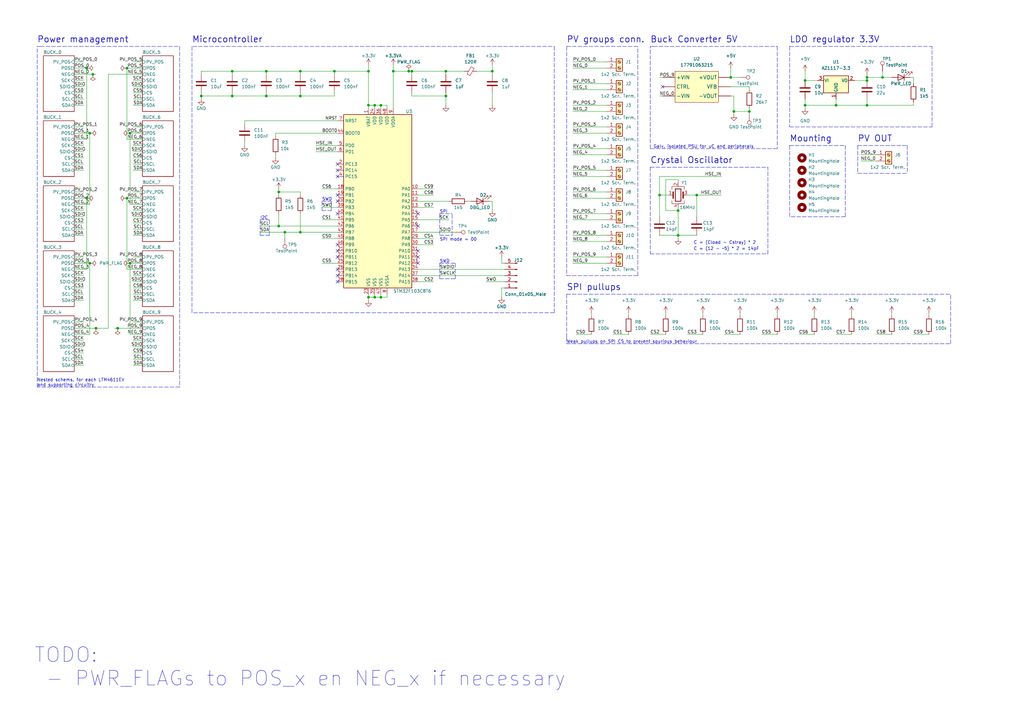
<source format=kicad_sch>
(kicad_sch (version 20211123) (generator eeschema)
  (paper "A3")
  (title_block (title "Smart Solarpanel Controller") (date "2022-12-12") (rev "0.1") (company "Hogeschool Utrecht"))
  (junction (at 137.16 29.21))
  (junction (at 114.3 78.74))
  (junction (at 36.83 54.61))
  (junction (at 95.25 39.37))
  (junction (at 355.6 33.02))
  (junction (at 53.34 54.61))
  (junction (at 36.83 107.95))
  (junction (at 361.95 31.75))
  (junction (at 151.13 29.21))
  (junction (at 35.56 27.94))
  (junction (at 52.07 81.28))
  (junction (at 167.64 29.21))
  (junction (at 151.13 43.18))
  (junction (at 278.13 86.36))
  (junction (at 153.67 43.18))
  (junction (at 330.2 43.18))
  (junction (at 182.88 39.37))
  (junction (at 300.99 45.72))
  (junction (at 153.67 121.92))
  (junction (at 109.22 39.37))
  (junction (at 161.29 29.21))
  (junction (at 109.22 29.21))
  (junction (at 156.21 121.92))
  (junction (at 95.25 29.21))
  (junction (at 53.34 107.95))
  (junction (at 307.34 45.72))
  (junction (at 39.37 134.62))
  (junction (at 123.19 95.25))
  (junction (at 82.55 39.37))
  (junction (at 48.26 134.62))
  (junction (at 342.9 43.18))
  (junction (at 285.75 80.01))
  (junction (at 330.2 33.02))
  (junction (at 151.13 121.92))
  (junction (at 116.84 95.25))
  (junction (at 35.56 81.28))
  (junction (at 114.3 92.71))
  (junction (at 355.6 31.75))
  (junction (at 156.21 43.18))
  (junction (at 38.1 30.48))
  (junction (at 355.6 43.18))
  (junction (at 278.13 96.52))
  (junction (at 123.19 39.37))
  (junction (at 270.51 80.01))
  (junction (at 168.91 29.21))
  (junction (at 182.88 29.21))
  (junction (at 299.72 31.75))
  (junction (at 52.07 27.94))
  (junction (at 201.93 29.21))
  (junction (at 123.19 29.21))
  (no_connect (at 138.43 102.87))
  (no_connect (at 138.43 72.39))
  (no_connect (at 138.43 105.41))
  (no_connect (at 138.43 82.55))
  (no_connect (at 171.45 105.41))
  (no_connect (at 138.43 115.57))
  (no_connect (at 138.43 69.85))
  (no_connect (at 138.43 113.03))
  (no_connect (at 138.43 110.49))
  (no_connect (at 171.45 107.95))
  (no_connect (at 171.45 87.63))
  (no_connect (at 138.43 80.01))
  (no_connect (at 138.43 67.31))
  (no_connect (at 138.43 100.33))
  (no_connect (at 171.45 92.71))
  (no_connect (at 171.45 102.87))
  (no_connect (at 271.78 35.56))
  (no_connect (at 138.43 87.63))
  (wire (pts (xy 234.95 60.96) (xy 248.92 60.96)))
  (wire (pts (xy 168.91 39.37) (xy 182.88 39.37)))
  (wire (pts (xy 288.29 128.27) (xy 288.29 129.54)))
  (polyline (pts (xy 16.51 19.05) (xy 73.66 19.05)))
  (wire (pts (xy 171.45 80.01) (xy 177.8 80.01)))
  (wire (pts (xy 355.6 31.75) (xy 355.6 33.02)))
  (polyline (pts (xy 73.66 158.75) (xy 15.24 158.75)))
  (polyline (pts (xy 314.96 104.14) (xy 314.96 68.58)))
  (wire (pts (xy 205.74 121.92) (xy 205.74 118.11)))
  (wire (pts (xy 54.61 52.07) (xy 58.42 52.07)))
  (wire (pts (xy 318.77 128.27) (xy 318.77 129.54)))
  (polyline (pts (xy 318.77 19.05) (xy 318.77 60.96)))
  (wire (pts (xy 30.48 91.44) (xy 34.29 91.44)))
  (polyline (pts (xy 346.71 59.69) (xy 346.71 88.9)))
  (polyline (pts (xy 351.79 71.12) (xy 372.11 71.12)))
  (wire (pts (xy 153.67 43.18) (xy 153.67 44.45)))
  (wire (pts (xy 257.81 128.27) (xy 257.81 129.54)))
  (wire (pts (xy 30.48 123.19) (xy 34.29 123.19)))
  (wire (pts (xy 30.48 43.18) (xy 34.29 43.18)))
  (wire (pts (xy 300.99 45.72) (xy 307.34 45.72)))
  (wire (pts (xy 278.13 86.36) (xy 278.13 96.52)))
  (wire (pts (xy 355.6 43.18) (xy 342.9 43.18)))
  (wire (pts (xy 234.95 25.4) (xy 248.92 25.4)))
  (polyline (pts (xy 261.62 113.03) (xy 261.62 19.05)))
  (wire (pts (xy 361.95 29.21) (xy 361.95 31.75)))
  (wire (pts (xy 153.67 121.92) (xy 156.21 121.92)))
  (wire (pts (xy 114.3 87.63) (xy 114.3 92.71)))
  (wire (pts (xy 137.16 38.1) (xy 137.16 39.37)))
  (polyline (pts (xy 185.42 96.52) (xy 185.42 87.63)))
  (wire (pts (xy 30.48 107.95) (xy 36.83 107.95)))
  (wire (pts (xy 30.48 67.31) (xy 34.29 67.31)))
  (wire (pts (xy 182.88 38.1) (xy 182.88 39.37)))
  (wire (pts (xy 54.61 139.7) (xy 58.42 139.7)))
  (polyline (pts (xy 180.34 107.95) (xy 186.69 107.95)))
  (wire (pts (xy 201.93 29.21) (xy 201.93 30.48)))
  (wire (pts (xy 270.51 31.75) (xy 271.78 31.75)))
  (wire (pts (xy 158.75 43.18) (xy 158.75 44.45)))
  (wire (pts (xy 236.22 137.16) (xy 242.57 137.16)))
  (wire (pts (xy 82.55 30.48) (xy 82.55 29.21)))
  (wire (pts (xy 171.45 110.49) (xy 207.01 110.49)))
  (wire (pts (xy 303.53 128.27) (xy 303.53 129.54)))
  (wire (pts (xy 270.51 96.52) (xy 278.13 96.52)))
  (wire (pts (xy 278.13 96.52) (xy 285.75 96.52)))
  (wire (pts (xy 30.48 115.57) (xy 34.29 115.57)))
  (polyline (pts (xy 323.85 19.05) (xy 323.85 52.07)))
  (wire (pts (xy 234.95 45.72) (xy 248.92 45.72)))
  (wire (pts (xy 54.61 123.19) (xy 58.42 123.19)))
  (wire (pts (xy 273.05 86.36) (xy 278.13 86.36)))
  (wire (pts (xy 353.06 63.5) (xy 359.41 63.5)))
  (wire (pts (xy 52.07 81.28) (xy 58.42 81.28)))
  (wire (pts (xy 30.48 62.23) (xy 34.29 62.23)))
  (wire (pts (xy 123.19 80.01) (xy 123.19 78.74)))
  (polyline (pts (xy 266.7 60.96) (xy 266.7 19.05)))
  (wire (pts (xy 30.48 86.36) (xy 34.29 86.36)))
  (wire (pts (xy 355.6 43.18) (xy 374.65 43.18)))
  (wire (pts (xy 54.61 118.11) (xy 58.42 118.11)))
  (wire (pts (xy 30.48 142.24) (xy 34.29 142.24)))
  (wire (pts (xy 54.61 120.65) (xy 58.42 120.65)))
  (polyline (pts (xy 232.41 19.05) (xy 232.41 113.03)))
  (wire (pts (xy 234.95 63.5) (xy 248.92 63.5)))
  (wire (pts (xy 30.48 38.1) (xy 34.29 38.1)))
  (wire (pts (xy 330.2 29.21) (xy 330.2 33.02)))
  (wire (pts (xy 82.55 38.1) (xy 82.55 39.37)))
  (wire (pts (xy 95.25 29.21) (xy 95.25 30.48)))
  (polyline (pts (xy 106.68 90.17) (xy 106.68 96.52)))
  (wire (pts (xy 151.13 26.67) (xy 151.13 29.21)))
  (wire (pts (xy 109.22 29.21) (xy 109.22 30.48)))
  (wire (pts (xy 36.83 54.61) (xy 36.83 83.82)))
  (wire (pts (xy 52.07 27.94) (xy 52.07 57.15)))
  (wire (pts (xy 207.01 107.95) (xy 205.74 107.95)))
  (wire (pts (xy 123.19 95.25) (xy 138.43 95.25)))
  (wire (pts (xy 123.19 29.21) (xy 123.19 30.48)))
  (wire (pts (xy 234.95 78.74) (xy 248.92 78.74)))
  (wire (pts (xy 54.61 93.98) (xy 58.42 93.98)))
  (wire (pts (xy 82.55 39.37) (xy 95.25 39.37)))
  (polyline (pts (xy 351.79 59.69) (xy 372.11 59.69)))
  (wire (pts (xy 168.91 29.21) (xy 182.88 29.21)))
  (wire (pts (xy 132.08 77.47) (xy 138.43 77.47)))
  (polyline (pts (xy 15.24 19.05) (xy 16.51 19.05)))
  (wire (pts (xy 54.61 132.08) (xy 58.42 132.08)))
  (wire (pts (xy 54.61 142.24) (xy 58.42 142.24)))
  (wire (pts (xy 156.21 43.18) (xy 156.21 44.45)))
  (wire (pts (xy 299.72 31.75) (xy 303.53 31.75)))
  (wire (pts (xy 82.55 29.21) (xy 95.25 29.21)))
  (polyline (pts (xy 232.41 120.65) (xy 389.89 120.65)))
  (wire (pts (xy 54.61 33.02) (xy 58.42 33.02)))
  (wire (pts (xy 54.61 144.78) (xy 58.42 144.78)))
  (wire (pts (xy 100.33 49.53) (xy 100.33 50.8)))
  (wire (pts (xy 30.48 147.32) (xy 34.29 147.32)))
  (polyline (pts (xy 132.08 82.55) (xy 135.89 82.55)))
  (wire (pts (xy 168.91 38.1) (xy 168.91 39.37)))
  (wire (pts (xy 299.72 27.94) (xy 299.72 31.75)))
  (wire (pts (xy 30.48 113.03) (xy 34.29 113.03)))
  (wire (pts (xy 123.19 39.37) (xy 109.22 39.37)))
  (wire (pts (xy 54.61 43.18) (xy 58.42 43.18)))
  (polyline (pts (xy 232.41 113.03) (xy 261.62 113.03)))
  (wire (pts (xy 200.66 82.55) (xy 201.93 82.55)))
  (wire (pts (xy 330.2 40.64) (xy 330.2 43.18)))
  (wire (pts (xy 113.03 64.77) (xy 113.03 63.5)))
  (wire (pts (xy 307.34 45.72) (xy 307.34 46.99)))
  (wire (pts (xy 132.08 97.79) (xy 138.43 97.79)))
  (wire (pts (xy 38.1 30.48) (xy 39.37 30.48)))
  (wire (pts (xy 234.95 43.18) (xy 248.92 43.18)))
  (polyline (pts (xy 323.85 59.69) (xy 323.85 88.9)))
  (wire (pts (xy 137.16 29.21) (xy 137.16 30.48)))
  (wire (pts (xy 234.95 52.07) (xy 248.92 52.07)))
  (wire (pts (xy 234.95 90.17) (xy 248.92 90.17)))
  (wire (pts (xy 138.43 54.61) (xy 113.03 54.61)))
  (polyline (pts (xy 106.68 96.52) (xy 110.49 96.52)))
  (wire (pts (xy 54.61 115.57) (xy 58.42 115.57)))
  (polyline (pts (xy 232.41 140.97) (xy 389.89 140.97)))
  (wire (pts (xy 168.91 30.48) (xy 168.91 29.21)))
  (wire (pts (xy 46.99 134.62) (xy 48.26 134.62)))
  (polyline (pts (xy 346.71 88.9) (xy 323.85 88.9)))
  (wire (pts (xy 132.08 90.17) (xy 138.43 90.17)))
  (wire (pts (xy 334.01 128.27) (xy 334.01 129.54)))
  (wire (pts (xy 273.05 128.27) (xy 273.05 129.54)))
  (wire (pts (xy 123.19 87.63) (xy 123.19 95.25)))
  (wire (pts (xy 30.48 27.94) (xy 35.56 27.94)))
  (wire (pts (xy 153.67 120.65) (xy 153.67 121.92)))
  (wire (pts (xy 123.19 38.1) (xy 123.19 39.37)))
  (wire (pts (xy 53.34 107.95) (xy 53.34 137.16)))
  (polyline (pts (xy 78.74 19.05) (xy 78.74 128.27)))
  (wire (pts (xy 156.21 121.92) (xy 158.75 121.92)))
  (wire (pts (xy 330.2 43.18) (xy 330.2 44.45)))
  (wire (pts (xy 171.45 97.79) (xy 177.8 97.79)))
  (wire (pts (xy 53.34 54.61) (xy 58.42 54.61)))
  (wire (pts (xy 251.46 137.16) (xy 257.81 137.16)))
  (wire (pts (xy 52.07 57.15) (xy 58.42 57.15)))
  (polyline (pts (xy 110.49 96.52) (xy 110.49 90.17)))
  (wire (pts (xy 171.45 90.17) (xy 184.15 90.17)))
  (wire (pts (xy 129.54 59.69) (xy 138.43 59.69)))
  (polyline (pts (xy 156.21 19.05) (xy 227.33 19.05)))
  (wire (pts (xy 30.48 78.74) (xy 34.29 78.74)))
  (wire (pts (xy 100.33 49.53) (xy 138.43 49.53)))
  (wire (pts (xy 201.93 38.1) (xy 201.93 43.18)))
  (polyline (pts (xy 180.34 114.3) (xy 186.69 114.3)))
  (wire (pts (xy 35.56 81.28) (xy 35.56 110.49)))
  (wire (pts (xy 278.13 73.66) (xy 273.05 73.66)))
  (wire (pts (xy 171.45 95.25) (xy 186.69 95.25)))
  (wire (pts (xy 116.84 95.25) (xy 116.84 97.79)))
  (wire (pts (xy 171.45 77.47) (xy 177.8 77.47)))
  (wire (pts (xy 355.6 30.48) (xy 355.6 31.75)))
  (polyline (pts (xy 266.7 19.05) (xy 267.97 19.05)))
  (wire (pts (xy 54.61 105.41) (xy 58.42 105.41)))
  (polyline (pts (xy 232.41 138.43) (xy 232.41 140.97)))
  (wire (pts (xy 123.19 29.21) (xy 137.16 29.21)))
  (wire (pts (xy 171.45 82.55) (xy 184.15 82.55)))
  (wire (pts (xy 109.22 38.1) (xy 109.22 39.37)))
  (wire (pts (xy 54.61 35.56) (xy 58.42 35.56)))
  (wire (pts (xy 151.13 121.92) (xy 151.13 123.19)))
  (wire (pts (xy 297.18 137.16) (xy 303.53 137.16)))
  (wire (pts (xy 35.56 27.94) (xy 35.56 57.15)))
  (wire (pts (xy 201.93 26.67) (xy 201.93 29.21)))
  (wire (pts (xy 30.48 25.4) (xy 34.29 25.4)))
  (wire (pts (xy 270.51 39.37) (xy 271.78 39.37)))
  (wire (pts (xy 273.05 73.66) (xy 273.05 86.36)))
  (wire (pts (xy 270.51 80.01) (xy 274.32 80.01)))
  (wire (pts (xy 109.22 39.37) (xy 95.25 39.37)))
  (polyline (pts (xy 135.89 86.36) (xy 135.89 82.55)))
  (wire (pts (xy 234.95 105.41) (xy 248.92 105.41)))
  (polyline (pts (xy 156.21 19.05) (xy 78.74 19.05)))
  (wire (pts (xy 234.95 36.83) (xy 248.92 36.83)))
  (wire (pts (xy 54.61 149.86) (xy 58.42 149.86)))
  (wire (pts (xy 312.42 137.16) (xy 318.77 137.16)))
  (wire (pts (xy 30.48 132.08) (xy 34.29 132.08)))
  (wire (pts (xy 30.48 54.61) (xy 36.83 54.61)))
  (polyline (pts (xy 266.7 68.58) (xy 314.96 68.58)))
  (polyline (pts (xy 180.34 96.52) (xy 185.42 96.52)))
  (wire (pts (xy 270.51 72.39) (xy 295.91 72.39)))
  (polyline (pts (xy 372.11 59.69) (xy 372.11 71.12)))
  (wire (pts (xy 373.38 31.75) (xy 374.65 31.75)))
  (wire (pts (xy 54.61 25.4) (xy 58.42 25.4)))
  (wire (pts (xy 53.34 83.82) (xy 58.42 83.82)))
  (wire (pts (xy 30.48 81.28) (xy 35.56 81.28)))
  (wire (pts (xy 353.06 66.04) (xy 359.41 66.04)))
  (wire (pts (xy 30.48 64.77) (xy 34.29 64.77)))
  (wire (pts (xy 30.48 139.7) (xy 34.29 139.7)))
  (wire (pts (xy 300.99 39.37) (xy 299.72 39.37)))
  (wire (pts (xy 123.19 78.74) (xy 114.3 78.74)))
  (wire (pts (xy 270.51 80.01) (xy 270.51 88.9)))
  (wire (pts (xy 374.65 137.16) (xy 381 137.16)))
  (polyline (pts (xy 323.85 52.07) (xy 382.27 52.07)))
  (polyline (pts (xy 318.77 60.96) (xy 266.7 60.96)))
  (wire (pts (xy 95.25 29.21) (xy 109.22 29.21)))
  (wire (pts (xy 307.34 45.72) (xy 307.34 44.45)))
  (wire (pts (xy 95.25 38.1) (xy 95.25 39.37)))
  (wire (pts (xy 330.2 33.02) (xy 335.28 33.02)))
  (polyline (pts (xy 323.85 19.05) (xy 382.27 19.05)))
  (wire (pts (xy 54.61 147.32) (xy 58.42 147.32)))
  (wire (pts (xy 281.94 137.16) (xy 288.29 137.16)))
  (wire (pts (xy 30.48 118.11) (xy 34.29 118.11)))
  (wire (pts (xy 171.45 100.33) (xy 177.8 100.33)))
  (wire (pts (xy 129.54 62.23) (xy 138.43 62.23)))
  (wire (pts (xy 53.34 137.16) (xy 58.42 137.16)))
  (polyline (pts (xy 73.66 19.05) (xy 73.66 158.75)))
  (wire (pts (xy 30.48 57.15) (xy 35.56 57.15)))
  (wire (pts (xy 355.6 31.75) (xy 361.95 31.75)))
  (wire (pts (xy 30.48 137.16) (xy 36.83 137.16)))
  (wire (pts (xy 342.9 137.16) (xy 349.25 137.16)))
  (wire (pts (xy 167.64 29.21) (xy 161.29 29.21)))
  (wire (pts (xy 234.95 96.52) (xy 248.92 96.52)))
  (wire (pts (xy 234.95 69.85) (xy 248.92 69.85)))
  (wire (pts (xy 270.51 72.39) (xy 270.51 80.01)))
  (wire (pts (xy 30.48 35.56) (xy 34.29 35.56)))
  (wire (pts (xy 30.48 134.62) (xy 39.37 134.62)))
  (wire (pts (xy 100.33 59.69) (xy 100.33 58.42)))
  (wire (pts (xy 327.66 137.16) (xy 334.01 137.16)))
  (wire (pts (xy 30.48 96.52) (xy 34.29 96.52)))
  (wire (pts (xy 30.48 88.9) (xy 34.29 88.9)))
  (wire (pts (xy 54.61 86.36) (xy 58.42 86.36)))
  (wire (pts (xy 54.61 91.44) (xy 58.42 91.44)))
  (wire (pts (xy 205.74 105.41) (xy 205.74 107.95)))
  (wire (pts (xy 234.95 34.29) (xy 248.92 34.29)))
  (wire (pts (xy 106.68 95.25) (xy 116.84 95.25)))
  (wire (pts (xy 30.48 52.07) (xy 34.29 52.07)))
  (wire (pts (xy 161.29 26.67) (xy 161.29 29.21)))
  (wire (pts (xy 44.45 134.62) (xy 44.45 30.48)))
  (wire (pts (xy 54.61 78.74) (xy 58.42 78.74)))
  (wire (pts (xy 153.67 43.18) (xy 156.21 43.18)))
  (polyline (pts (xy 180.34 87.63) (xy 185.42 87.63)))
  (polyline (pts (xy 132.08 86.36) (xy 135.89 86.36)))
  (wire (pts (xy 30.48 105.41) (xy 34.29 105.41)))
  (wire (pts (xy 285.75 80.01) (xy 295.91 80.01)))
  (wire (pts (xy 281.94 80.01) (xy 285.75 80.01)))
  (polyline (pts (xy 232.41 120.65) (xy 232.41 138.43)))
  (polyline (pts (xy 15.24 158.75) (xy 15.24 19.05)))
  (wire (pts (xy 106.68 92.71) (xy 114.3 92.71)))
  (polyline (pts (xy 351.79 59.69) (xy 351.79 71.12)))
  (wire (pts (xy 151.13 121.92) (xy 153.67 121.92)))
  (wire (pts (xy 201.93 82.55) (xy 201.93 86.36)))
  (wire (pts (xy 30.48 144.78) (xy 34.29 144.78)))
  (polyline (pts (xy 266.7 68.58) (xy 266.7 104.14)))
  (polyline (pts (xy 227.33 128.27) (xy 78.74 128.27)))
  (polyline (pts (xy 180.34 107.95) (xy 180.34 114.3)))
  (wire (pts (xy 242.57 128.27) (xy 242.57 129.54)))
  (wire (pts (xy 374.65 31.75) (xy 374.65 34.29)))
  (wire (pts (xy 342.9 40.64) (xy 342.9 43.18)))
  (wire (pts (xy 54.61 62.23) (xy 58.42 62.23)))
  (wire (pts (xy 374.65 41.91) (xy 374.65 43.18)))
  (wire (pts (xy 82.55 39.37) (xy 82.55 40.64)))
  (wire (pts (xy 30.48 93.98) (xy 34.29 93.98)))
  (wire (pts (xy 54.61 67.31) (xy 58.42 67.31)))
  (wire (pts (xy 182.88 29.21) (xy 190.5 29.21)))
  (wire (pts (xy 195.58 29.21) (xy 201.93 29.21)))
  (wire (pts (xy 30.48 33.02) (xy 34.29 33.02)))
  (polyline (pts (xy 266.7 104.14) (xy 314.96 104.14)))
  (polyline (pts (xy 106.68 90.17) (xy 110.49 90.17)))
  (wire (pts (xy 205.74 118.11) (xy 207.01 118.11)))
  (wire (pts (xy 30.48 149.86) (xy 34.29 149.86)))
  (wire (pts (xy 53.34 107.95) (xy 58.42 107.95)))
  (wire (pts (xy 307.34 36.83) (xy 307.34 35.56)))
  (wire (pts (xy 151.13 29.21) (xy 151.13 43.18)))
  (wire (pts (xy 330.2 43.18) (xy 342.9 43.18)))
  (wire (pts (xy 156.21 43.18) (xy 158.75 43.18)))
  (wire (pts (xy 171.45 113.03) (xy 207.01 113.03)))
  (wire (pts (xy 300.99 39.37) (xy 300.99 45.72)))
  (polyline (pts (xy 132.08 82.55) (xy 132.08 86.36)))
  (wire (pts (xy 234.95 27.94) (xy 248.92 27.94)))
  (wire (pts (xy 30.48 59.69) (xy 34.29 59.69)))
  (wire (pts (xy 151.13 43.18) (xy 151.13 44.45)))
  (wire (pts (xy 381 128.27) (xy 381 129.54)))
  (wire (pts (xy 137.16 29.21) (xy 151.13 29.21)))
  (wire (pts (xy 234.95 87.63) (xy 248.92 87.63)))
  (wire (pts (xy 114.3 92.71) (xy 138.43 92.71)))
  (wire (pts (xy 300.99 45.72) (xy 300.99 46.99)))
  (polyline (pts (xy 382.27 52.07) (xy 382.27 19.05)))
  (wire (pts (xy 39.37 134.62) (xy 44.45 134.62)))
  (wire (pts (xy 109.22 29.21) (xy 123.19 29.21)))
  (wire (pts (xy 234.95 107.95) (xy 248.92 107.95)))
  (wire (pts (xy 132.08 85.09) (xy 138.43 85.09)))
  (wire (pts (xy 199.39 115.57) (xy 207.01 115.57)))
  (wire (pts (xy 350.52 33.02) (xy 355.6 33.02)))
  (wire (pts (xy 30.48 69.85) (xy 34.29 69.85)))
  (wire (pts (xy 36.83 107.95) (xy 36.83 137.16)))
  (wire (pts (xy 285.75 80.01) (xy 285.75 88.9)))
  (wire (pts (xy 161.29 29.21) (xy 161.29 44.45)))
  (polyline (pts (xy 389.89 140.97) (xy 389.89 120.65)))
  (polyline (pts (xy 186.69 114.3) (xy 186.69 107.95)))
  (wire (pts (xy 44.45 30.48) (xy 58.42 30.48)))
  (wire (pts (xy 171.45 115.57) (xy 177.8 115.57)))
  (polyline (pts (xy 267.97 19.05) (xy 318.77 19.05)))
  (polyline (pts (xy 227.33 19.05) (xy 227.33 128.27)))
  (polyline (pts (xy 232.41 19.05) (xy 261.62 19.05)))
  (wire (pts (xy 114.3 77.47) (xy 114.3 78.74)))
  (wire (pts (xy 182.88 29.21) (xy 182.88 30.48)))
  (wire (pts (xy 30.48 120.65) (xy 34.29 120.65)))
  (wire (pts (xy 266.7 137.16) (xy 273.05 137.16)))
  (wire (pts (xy 113.03 54.61) (xy 113.03 55.88)))
  (polyline (pts (xy 180.34 87.63) (xy 180.34 96.52)))
  (wire (pts (xy 137.16 39.37) (xy 123.19 39.37)))
  (wire (pts (xy 349.25 128.27) (xy 349.25 129.54)))
  (wire (pts (xy 114.3 78.74) (xy 114.3 80.01)))
  (wire (pts (xy 48.26 134.62) (xy 58.42 134.62)))
  (wire (pts (xy 361.95 31.75) (xy 365.76 31.75)))
  (wire (pts (xy 182.88 39.37) (xy 182.88 43.18)))
  (wire (pts (xy 191.77 82.55) (xy 193.04 82.55)))
  (wire (pts (xy 151.13 120.65) (xy 151.13 121.92)))
  (wire (pts (xy 307.34 35.56) (xy 299.72 35.56)))
  (wire (pts (xy 54.61 38.1) (xy 58.42 38.1)))
  (wire (pts (xy 171.45 85.09) (xy 177.8 85.09)))
  (wire (pts (xy 365.76 128.27) (xy 365.76 129.54)))
  (polyline (pts (xy 323.85 59.69) (xy 346.71 59.69)))
  (wire (pts (xy 54.61 59.69) (xy 58.42 59.69)))
  (wire (pts (xy 54.61 64.77) (xy 58.42 64.77)))
  (wire (pts (xy 234.95 72.39) (xy 248.92 72.39)))
  (wire (pts (xy 278.13 85.09) (xy 278.13 86.36)))
  (wire (pts (xy 359.41 137.16) (xy 365.76 137.16)))
  (wire (pts (xy 278.13 96.52) (xy 278.13 97.79)))
  (wire (pts (xy 158.75 120.65) (xy 158.75 121.92)))
  (wire (pts (xy 151.13 43.18) (xy 153.67 43.18)))
  (wire (pts (xy 234.95 99.06) (xy 248.92 99.06)))
  (wire (pts (xy 54.61 113.03) (xy 58.42 113.03)))
  (wire (pts (xy 168.91 29.21) (xy 167.64 29.21)))
  (wire (pts (xy 30.48 40.64) (xy 34.29 40.64)))
  (wire (pts (xy 52.07 27.94) (xy 58.42 27.94)))
  (wire (pts (xy 52.07 81.28) (xy 52.07 110.49)))
  (wire (pts (xy 30.48 30.48) (xy 38.1 30.48)))
  (wire (pts (xy 54.61 88.9) (xy 58.42 88.9)))
  (wire (pts (xy 30.48 110.49) (xy 35.56 110.49)))
  (wire (pts (xy 54.61 40.64) (xy 58.42 40.64)))
  (wire (pts (xy 132.08 107.95) (xy 138.43 107.95)))
  (wire (pts (xy 54.61 69.85) (xy 58.42 69.85)))
  (wire (pts (xy 278.13 74.93) (xy 278.13 73.66)))
  (wire (pts (xy 53.34 54.61) (xy 53.34 83.82)))
  (wire (pts (xy 355.6 40.64) (xy 355.6 43.18)))
  (wire (pts (xy 156.21 120.65) (xy 156.21 121.92)))
  (wire (pts (xy 116.84 95.25) (xy 123.19 95.25)))
  (wire (pts (xy 234.95 54.61) (xy 248.92 54.61)))
  (wire (pts (xy 54.61 96.52) (xy 58.42 96.52)))
  (wire (pts (xy 234.95 81.28) (xy 248.92 81.28)))
  (wire (pts (xy 30.48 83.82) (xy 36.83 83.82)))
  (wire (pts (xy 52.07 110.49) (xy 58.42 110.49)))
  (text "Nested schems. for each LTM4611EV \nand supporting circuitry" (at 15.24 158.75 0) (effects (font (size 1.27 1.27)) (justify left bottom)))
  (text "SPI pullups" (at 232.41 119.38 0) (effects (font (size 2.54 2.54) (thickness 0.254) bold) (justify left bottom)))
  (text "Buck Converter 5V\n" (at 266.7 17.78 0) (effects (font (size 2.54 2.54) (thickness 0.254) bold) (justify left bottom)))
  (text "Crystal Oscillator\n" (at 266.7 67.31 0) (effects (font (size 2.54 2.54) (thickness 0.254) bold) (justify left bottom)))
  (text "PV groups conn." (at 232.41 17.78 0) (effects (font (size 2.54 2.54) (thickness 0.254) bold) (justify left bottom)))
  (text "Power management\n" (at 15.24 17.78 0) (effects (font (size 2.54 2.54) (thickness 0.254) bold) (justify left bottom)))
  (text "C = (12 - ~5) * 2 = 14pF\n" (at 284.48 102.87 0) (effects (font (size 1.27 1.27)) (justify left bottom)))
  (text "Microcontroller\n" (at 78.74 17.78 0) (effects (font (size 2.54 2.54) (thickness 0.254) bold) (justify left bottom)))
  (text "SPI mode = 00" (at 180.34 99.06 0) (effects (font (size 1.27 1.27)) (justify left bottom)))
  (text "Galv. isolated PSU for uC and peripherals\n" (at 267.97 60.96 0) (effects (font (size 1.27 1.27)) (justify left bottom)))
  (text "C = (Cload - Cstray) * 2" (at 284.48 100.33 0) (effects (font (size 1.27 1.27)) (justify left bottom)))
  (text "Weak pullups on SPI CS to prevent spurious behaviour" (at 232.41 140.97 0) (effects (font (size 1.27 1.27)) (justify left bottom)))
  (text "I2C\n" (at 106.68 90.17 0) (effects (font (size 1.27 1.27)) (justify left bottom)))
  (text "Mounting\n" (at 323.85 58.42 0) (effects (font (size 2.54 2.54) (thickness 0.254) bold) (justify left bottom)))
  (text "SWD" (at 180.34 107.95 0) (effects (font (size 1.27 1.27)) (justify left bottom)))
  (text "PV OUT" (at 351.79 58.42 0) (effects (font (size 2.54 2.54) (thickness 0.254) bold) (justify left bottom)))
  (text "TODO:\n - PWR_FLAGs to POS_x en NEG_x if necessary" (at 13.97 281.94 0) (effects (font (size 6 6)) (justify left bottom)))
  (text "SWD\n" (at 132.08 82.55 0) (effects (font (size 1.27 1.27)) (justify left bottom)))
  (text "LDO regulator 3.3V\n" (at 323.85 17.78 0) (effects (font (size 2.54 2.54) (thickness 0.254) bold) (justify left bottom)))
  (text "SPI\n" (at 180.34 87.63 0) (effects (font (size 1.27 1.27)) (justify left bottom)))
  (label "PV_POS_1" (at 30.48 52.07 0))
  (label "CS3" (at 177.8 100.33 180))
  (label "PV_POS_0" (at 234.95 25.4 0))
  (label "PV_POS_4" (at 30.48 132.08 0))
  (label "PV_POS_2" (at 30.48 78.74 0))
  (label "NEG_1" (at 234.95 36.83 0))
  (label "SCL" (at 58.42 40.64 180))
  (label "CS1" (at 132.08 90.17 0))
  (label "PV_POS_6" (at 234.95 78.74 0))
  (label "CS2" (at 30.48 91.44 0))
  (label "SDIO" (at 30.48 115.57 0))
  (label "CS4" (at 177.8 97.79 180))
  (label "NEG_4" (at 30.48 137.16 0))
  (label "SCL" (at 30.48 120.65 0))
  (label "CS0" (at 132.08 97.79 0))
  (label "SCL" (at 30.48 67.31 0))
  (label "SDA" (at 58.42 43.18 180))
  (label "BOOT0" (at 132.08 54.61 0))
  (label "NEG_1" (at 30.48 57.15 0))
  (label "CS6" (at 327.66 137.16 0))
  (label "NEG_6" (at 58.42 57.15 180))
  (label "SCK" (at 30.48 86.36 0))
  (label "PV_POS_1" (at 234.95 34.29 0))
  (label "SCK" (at 184.15 90.17 180))
  (label "POS_9" (at 353.06 63.5 0))
  (label "SCL" (at 58.42 93.98 180))
  (label "SDIO" (at 30.48 35.56 0))
  (label "SDIO" (at 30.48 62.23 0))
  (label "SDA" (at 106.68 95.25 0))
  (label "PV_POS_7" (at 234.95 87.63 0))
  (label "NEG_4" (at 234.95 63.5 0))
  (label "SDIO" (at 58.42 88.9 180))
  (label "POS_9" (at 270.51 31.75 0))
  (label "PV_POS_8" (at 58.42 105.41 180))
  (label "SCL" (at 30.48 40.64 0))
  (label "PV_POS_7" (at 58.42 78.74 180))
  (label "CS8" (at 359.41 137.16 0))
  (label "CS9" (at 177.8 77.47 180))
  (label "SCL" (at 30.48 93.98 0))
  (label "SDIO" (at 30.48 142.24 0))
  (label "NEG_9" (at 58.42 137.16 180))
  (label "SDA" (at 30.48 69.85 0))
  (label "SDA" (at 58.42 96.52 180))
  (label "SCK" (at 30.48 59.69 0))
  (label "SDIO" (at 58.42 115.57 180))
  (label "SDIO" (at 180.34 95.25 0))
  (label "CS7" (at 177.8 85.09 180))
  (label "CS2" (at 177.8 115.57 180))
  (label "SDIO" (at 58.42 62.23 180))
  (label "CS1" (at 30.48 64.77 0))
  (label "PV_POS_3" (at 30.48 105.41 0))
  (label "POS_6" (at 58.42 54.61 180))
  (label "NEG_3" (at 30.48 110.49 0))
  (label "CS6" (at 132.08 77.47 0))
  (label "NEG_0" (at 353.06 66.04 0))
  (label "POS_7" (at 58.42 81.28 180))
  (label "NEG_2" (at 30.48 83.82 0))
  (label "POS_9" (at 58.42 134.62 180))
  (label "SCK" (at 58.42 113.03 180))
  (label "PV_POS_6" (at 58.42 52.07 180))
  (label "NRST" (at 133.35 49.53 0))
  (label "SWO" (at 132.08 85.09 0))
  (label "PV_POS_3" (at 234.95 52.07 0))
  (label "HSE_OUT" (at 129.54 62.23 0))
  (label "SDA" (at 30.48 149.86 0))
  (label "NEG_9" (at 234.95 107.95 0))
  (label "NEG_0" (at 270.51 39.37 0))
  (label "SDIO" (at 58.42 35.56 180))
  (label "SCK" (at 58.42 139.7 180))
  (label "SCK" (at 58.42 86.36 180))
  (label "SCL" (at 58.42 120.65 180))
  (label "HSE_IN" (at 295.91 72.39 180))
  (label "SCL" (at 58.42 67.31 180))
  (label "NEG_8" (at 234.95 99.06 0))
  (label "NEG_0" (at 234.95 27.94 0))
  (label "SDA" (at 58.42 123.19 180))
  (label "SCL" (at 58.42 147.32 180))
  (label "CS0" (at 30.48 38.1 0))
  (label "POS_2" (at 30.48 81.28 0))
  (label "SDIO" (at 58.42 142.24 180))
  (label "SCK" (at 58.42 59.69 180))
  (label "PV_POS_0" (at 30.48 25.4 0))
  (label "CS9" (at 374.65 137.16 0))
  (label "SDA" (at 58.42 149.86 180))
  (label "NEG_7" (at 234.95 90.17 0))
  (label "CS5" (at 312.42 137.16 0))
  (label "POS_1" (at 30.48 54.61 0))
  (label "PV_POS_4" (at 234.95 60.96 0))
  (label "NEG_2" (at 234.95 45.72 0))
  (label "CS6" (at 58.42 64.77 180))
  (label "NEG_0" (at 30.48 30.48 0))
  (label "CS3" (at 281.94 137.16 0))
  (label "SDA" (at 30.48 43.18 0))
  (label "CS8" (at 58.42 118.11 180))
  (label "NEG_5" (at 234.95 72.39 0))
  (label "SCK" (at 30.48 113.03 0))
  (label "SDA" (at 30.48 123.19 0))
  (label "PV_POS_9" (at 234.95 105.41 0))
  (label "NEG_6" (at 234.95 81.28 0))
  (label "SCL" (at 30.48 147.32 0))
  (label "SDA" (at 58.42 69.85 180))
  (label "CS2" (at 266.7 137.16 0))
  (label "SWDIO" (at 180.34 110.49 0))
  (label "SWO" (at 199.39 115.57 0))
  (label "NEG_8" (at 58.42 110.49 180))
  (label "PV_POS_5" (at 234.95 69.85 0))
  (label "CS8" (at 177.8 80.01 180))
  (label "POS_4" (at 30.48 134.62 0))
  (label "PV_POS_9" (at 58.42 132.08 180))
  (label "CS0" (at 236.22 137.16 0))
  (label "CS1" (at 251.46 137.16 0))
  (label "NEG_3" (at 234.95 54.61 0))
  (label "POS_3" (at 30.48 107.95 0))
  (label "CS4" (at 30.48 144.78 0))
  (label "CS3" (at 30.48 118.11 0))
  (label "CS9" (at 58.42 144.78 180))
  (label "HSE_IN" (at 129.54 59.69 0))
  (label "CS7" (at 58.42 91.44 180))
  (label "POS_0" (at 30.48 27.94 0))
  (label "PV_POS_5" (at 58.42 25.4 180))
  (label "SWCLK" (at 180.34 113.03 0))
  (label "CS7" (at 342.9 137.16 0))
  (label "CS5" (at 58.42 38.1 180))
  (label "SCK" (at 30.48 139.7 0))
  (label "CS5" (at 132.08 107.95 0))
  (label "HSE_OUT" (at 295.91 80.01 180))
  (label "SCL" (at 106.68 92.71 0))
  (label "POS_5" (at 58.42 27.94 180))
  (label "PV_POS_8" (at 234.95 96.52 0))
  (label "SDA" (at 30.48 96.52 0))
  (label "POS_8" (at 58.42 107.95 180))
  (label "CS4" (at 297.18 137.16 0))
  (label "NEG_5" (at 58.42 30.48 180))
  (label "PV_POS_2" (at 234.95 43.18 0))
  (label "SCK" (at 30.48 33.02 0))
  (label "NEG_7" (at 58.42 83.82 180))
  (label "SDIO" (at 30.48 88.9 0))
  (label "SCK" (at 58.42 33.02 180))
  (symbol (lib_id "Device:LED") (at 196.85 82.55 180) (unit 1)
    (property "Reference" "D2" (at 198.12 80.01 0))
    (property "Value" "DBG_LED" (at 196.85 85.09 0))
    (property "Footprint" "LED_SMD:LED_1206_3216Metric" (effects hide))
  )
  (symbol (lib_id "power:+3.3V") (at 205.74 105.41 0) (unit 1)
    (property "Reference" "#PWR017" (effects hide))
    (property "Value" "+3.3V" (at 205.74 101.6 0))
  )
  (symbol (lib_id "power:+3.3V") (at 201.93 26.67 0) (unit 1)
    (property "Reference" "#PWR03" (effects hide))
    (property "Value" "+3.3V" (at 201.93 22.86 0))
  )
  (symbol (lib_id "power:GND") (at 201.93 86.36 0) (unit 1)
    (property "Reference" "#PWR015" (effects hide))
    (property "Value" "GND" (at 201.93 90.17 0))
  )
  (symbol (lib_id "power:PWR_FLAG") (at 53.34 54.61 90) (unit 1)
    (property "Reference" "#FLG06" (effects hide))
    (property "Value" "PWR_FLAG" (effects hide))
  )
  (symbol (lib_id "power:GND") (at 278.13 97.79 0) (unit 1)
    (property "Reference" "#PWR016" (effects hide))
    (property "Value" "GND" (effects hide))
  )
  (symbol (lib_id "power:+3.3V") (at 318.77 128.27 0) (unit 1)
    (property "Reference" "#PWR025" (effects hide))
    (property "Value" "+3.3V" (at 318.77 123.19 0))
  )
  (symbol (lib_id "power:PWR_FLAG") (at 36.83 107.95 270) (unit 1)
    (property "Reference" "#FLG09" (effects hide))
    (property "Value" "PWR_FLAG" (at 40.64 107.9499 90) (effects (justify left)))
  )
  (symbol (lib_id "Device:C") (at 123.19 34.29 0) (unit 1)
    (property "Reference" "C4" (at 127 33.0199 0) (effects (justify left)))
    (property "Value" "100nF" (at 127 35.5599 0) (effects (justify left)))
    (property "Footprint" "Capacitor_SMD:C_0603_1608Metric" (effects hide))
  )
  (symbol (lib_id "power:GND") (at 330.2 44.45 0) (unit 1)
    (property "Reference" "#PWR010" (effects hide))
    (property "Value" "GND" (at 330.2 49.53 0))
  )
  (symbol (lib_id "Device:R") (at 257.81 133.35 0) (unit 1)
    (property "Reference" "R8" (at 260.35 132.0799 0) (effects (justify left)))
    (property "Value" "100k" (at 260.35 134.6199 0) (effects (justify left)))
    (property "Footprint" "Resistor_SMD:R_1206_3216Metric" (effects hide))
  )
  (symbol (lib_id "Mechanical:MountingHole") (at 328.93 85.09 0) (unit 1)
    (property "Reference" "H5" (at 331.47 83.8199 0) (effects (justify left)))
    (property "Value" "MountingHole" (at 331.47 86.3599 0) (effects (justify left)))
    (property "Footprint" "MountingHole:MountingHole_3mm" (effects hide))
  )
  (symbol (lib_id "Device:C") (at 270.51 92.71 0) (unit 1)
    (property "Reference" "C12" (at 273.05 91.44 0) (effects (justify left)))
    (property "Value" "14pF" (at 273.05 93.98 0) (effects (justify left)))
    (property "Footprint" "Capacitor_SMD:C_0603_1608Metric" (effects hide))
  )
  (symbol (lib_id "Device:R") (at 113.03 59.69 180) (unit 1)
    (property "Reference" "R3" (at 116.84 58.42 0))
    (property "Value" "10k" (at 116.84 60.96 0))
    (property "Footprint" "Resistor_SMD:R_1206_3216Metric" (effects hide))
  )
  (symbol (lib_id "power:+3.3VA") (at 161.29 26.67 0) (unit 1)
    (property "Reference" "#PWR02" (effects hide))
    (property "Value" "+3.3VA" (at 161.29 22.86 0))
  )
  (symbol (lib_id "power:+3.3V") (at 355.6 30.48 0) (unit 1)
    (property "Reference" "#PWR06" (effects hide))
    (property "Value" "+3.3V" (at 355.6 25.4 0))
  )
  (symbol (lib_id "Connector:TestPoint") (at 186.69 95.25 270) (unit 1)
    (property "Reference" "TP4" (at 187.96 92.71 90) (effects (justify left)))
    (property "Value" "TestPoint" (at 191.77 95.25 90) (effects (justify left)))
    (property "Footprint" "TestPoint:TestPoint_Pad_D2.0mm" (effects hide))
  )
  (symbol (lib_id "Device:R") (at 365.76 133.35 0) (unit 1)
    (property "Reference" "R15" (at 368.3 132.0799 0) (effects (justify left)))
    (property "Value" "100k" (at 368.3 134.6199 0) (effects (justify left)))
    (property "Footprint" "Resistor_SMD:R_1206_3216Metric" (effects hide))
  )
  (symbol (lib_id "Connector:Screw_Terminal_01x02") (at 254 52.07 0) (unit 1)
    (property "Reference" "J4" (at 256.54 52.0699 0) (effects (justify left)))
    (property "Value" "1x2 Scr. Term." (at 246.38 57.15 0) (effects (justify left)))
    (property "Footprint" "TB005:TB005-762-02BE" (effects hide))
  )
  (symbol (lib_id "Device:R") (at 288.29 133.35 0) (unit 1)
    (property "Reference" "R10" (at 290.83 132.0799 0) (effects (justify left)))
    (property "Value" "100k" (at 290.83 134.6199 0) (effects (justify left)))
    (property "Footprint" "Resistor_SMD:R_1206_3216Metric" (effects hide))
  )
  (symbol (lib_id "Device:C") (at 82.55 34.29 0) (unit 1)
    (property "Reference" "C1" (at 86.36 33.0199 0) (effects (justify left)))
    (property "Value" "10uF" (at 86.36 35.5599 0) (effects (justify left)))
    (property "Footprint" "Capacitor_SMD:C_0603_1608Metric" (effects hide))
  )
  (symbol (lib_id "Device:R") (at 242.57 133.35 0) (unit 1)
    (property "Reference" "R7" (at 245.11 132.0799 0) (effects (justify left)))
    (property "Value" "100k" (at 245.11 134.6199 0) (effects (justify left)))
    (property "Footprint" "Resistor_SMD:R_1206_3216Metric" (effects hide))
  )
  (symbol (lib_id "Device:R") (at 381 133.35 0) (unit 1)
    (property "Reference" "R16" (at 383.54 132.0799 0) (effects (justify left)))
    (property "Value" "100k" (at 383.54 134.6199 0) (effects (justify left)))
    (property "Footprint" "Resistor_SMD:R_1206_3216Metric" (effects hide))
  )
  (symbol (lib_id "Mechanical:MountingHole") (at 328.93 74.93 0) (unit 1)
    (property "Reference" "H3" (at 331.47 73.6599 0) (effects (justify left)))
    (property "Value" "MountingHole" (at 331.47 76.1999 0) (effects (justify left)))
    (property "Footprint" "MountingHole:MountingHole_3mm" (effects hide))
  )
  (symbol (lib_id "Device:R") (at 318.77 133.35 0) (unit 1)
    (property "Reference" "R12" (at 321.31 132.0799 0) (effects (justify left)))
    (property "Value" "100k" (at 321.31 134.6199 0) (effects (justify left)))
    (property "Footprint" "Resistor_SMD:R_1206_3216Metric" (effects hide))
  )
  (symbol (lib_id "Regulator_Linear:AZ1117-3.3") (at 342.9 33.02 0) (unit 1)
    (property "Reference" "U1" (at 342.9 25.4 0))
    (property "Value" "AZ1117-3.3" (at 342.9 27.94 0))
    (property "Footprint" "Package_TO_SOT_SMD:SOT-223-3_TabPin2" (effects hide))
    (property "Datasheet" "https://www.diodes.com/assets/Datasheets/AZ1117.pdf" (effects hide))
  )
  (symbol (lib_id "17791063215-5V-Isolated-Buck:17791063215") (at 285.75 35.56 0) (unit 1)
    (property "Reference" "U2" (at 285.75 24.13 0))
    (property "Value" "17791063215" (at 285.75 26.67 0))
    (property "Footprint" "17791063215:17791063215" (effects hide))
  )
  (symbol (lib_id "Device:C") (at 201.93 34.29 0) (unit 1)
    (property "Reference" "C8" (at 205.74 33.0199 0) (effects (justify left)))
    (property "Value" "1uF" (at 205.74 35.5599 0) (effects (justify left)))
    (property "Footprint" "Capacitor_SMD:C_0603_1608Metric" (effects hide))
  )
  (symbol (lib_id "power:+3.3V") (at 334.01 128.27 0) (unit 1)
    (property "Reference" "#PWR026" (effects hide))
    (property "Value" "+3.3V" (at 334.01 123.19 0))
  )
  (symbol (lib_id "power:PWR_FLAG") (at 48.26 134.62 180) (unit 1)
    (property "Reference" "#FLG012" (effects hide))
    (property "Value" "PWR_FLAG" (effects hide))
  )
  (symbol (lib_id "Device:R") (at 349.25 133.35 0) (unit 1)
    (property "Reference" "R14" (at 351.79 132.0799 0) (effects (justify left)))
    (property "Value" "100k" (at 351.79 134.6199 0) (effects (justify left)))
    (property "Footprint" "Resistor_SMD:R_1206_3216Metric" (effects hide))
  )
  (symbol (lib_id "Device:C") (at 355.6 36.83 0) (unit 1)
    (property "Reference" "C10" (at 359.41 35.5599 0) (effects (justify left)))
    (property "Value" "22u" (at 359.41 38.0999 0) (effects (justify left)))
    (property "Footprint" "Capacitor_SMD:C_0805_2012Metric" (effects hide))
  )
  (symbol (lib_id "power:GND") (at 201.93 43.18 0) (unit 1)
    (property "Reference" "#PWR09" (effects hide))
    (property "Value" "GND" (effects hide))
  )
  (symbol (lib_id "power:+3.3V") (at 151.13 26.67 0) (unit 1)
    (property "Reference" "#PWR01" (effects hide))
    (property "Value" "+3.3V" (at 151.13 22.86 0))
  )
  (symbol (lib_id "power:+3.3V") (at 242.57 128.27 0) (unit 1)
    (property "Reference" "#PWR020" (effects hide))
    (property "Value" "+3.3V" (at 242.57 123.19 0))
  )
  (symbol (lib_id "power:+3.3V") (at 288.29 128.27 0) (unit 1)
    (property "Reference" "#PWR023" (effects hide))
    (property "Value" "+3.3V" (at 288.29 123.19 0))
  )
  (symbol (lib_id "power:+3.3V") (at 114.3 77.47 0) (unit 1)
    (property "Reference" "#PWR014" (effects hide))
    (property "Value" "+3.3V" (at 114.3 73.66 0))
  )
  (symbol (lib_id "Device:R") (at 303.53 133.35 0) (unit 1)
    (property "Reference" "R11" (at 306.07 132.0799 0) (effects (justify left)))
    (property "Value" "100k" (at 306.07 134.6199 0) (effects (justify left)))
    (property "Footprint" "Resistor_SMD:R_1206_3216Metric" (effects hide))
  )
  (symbol (lib_id "power:PWR_FLAG") (at 35.56 27.94 270) (unit 1)
    (property "Reference" "#FLG01" (effects hide))
    (property "Value" "PWR_FLAG" (effects hide))
  )
  (symbol (lib_id "Mechanical:MountingHole") (at 328.93 80.01 0) (unit 1)
    (property "Reference" "H4" (at 331.47 78.7399 0) (effects (justify left)))
    (property "Value" "MountingHole" (at 331.47 81.2799 0) (effects (justify left)))
    (property "Footprint" "MountingHole:MountingHole_3mm" (effects hide))
  )
  (symbol (lib_id "Device:C") (at 95.25 34.29 0) (unit 1)
    (property "Reference" "C2" (at 99.06 33.0199 0) (effects (justify left)))
    (property "Value" "100nF" (at 99.06 35.5599 0) (effects (justify left)))
    (property "Footprint" "Capacitor_SMD:C_0603_1608Metric" (effects hide))
  )
  (symbol (lib_id "Device:R") (at 307.34 40.64 0) (unit 1)
    (property "Reference" "R2" (at 309.88 39.3699 0) (effects (justify left)))
    (property "Value" "26k7" (at 309.88 41.9099 0) (effects (justify left)))
    (property "Footprint" "Resistor_SMD:R_1206_3216Metric" (effects hide))
  )
  (symbol (lib_id "power:+3.3V") (at 381 128.27 0) (unit 1)
    (property "Reference" "#PWR029" (effects hide))
    (property "Value" "+3.3V" (at 381 123.19 0))
  )
  (symbol (lib_id "Connector:Screw_Terminal_01x02") (at 254 60.96 0) (unit 1)
    (property "Reference" "J5" (at 256.54 60.9599 0) (effects (justify left)))
    (property "Value" "1x2 Scr. Term." (at 246.38 66.04 0) (effects (justify left)))
    (property "Footprint" "TB005:TB005-762-02BE" (effects hide))
  )
  (symbol (lib_id "power:+3.3V") (at 273.05 128.27 0) (unit 1)
    (property "Reference" "#PWR022" (effects hide))
    (property "Value" "+3.3V" (at 273.05 123.19 0))
  )
  (symbol (lib_id "Device:C") (at 285.75 92.71 0) (unit 1)
    (property "Reference" "C13" (at 288.29 91.44 0) (effects (justify left)))
    (property "Value" "14pF" (at 288.29 93.98 0) (effects (justify left)))
    (property "Footprint" "Capacitor_SMD:C_0603_1608Metric" (effects hide))
  )
  (symbol (lib_id "power:+3.3V") (at 257.81 128.27 0) (unit 1)
    (property "Reference" "#PWR021" (effects hide))
    (property "Value" "+3.3V" (at 257.81 123.19 0))
  )
  (symbol (lib_id "power:PWR_FLAG") (at 53.34 107.95 90) (unit 1)
    (property "Reference" "#FLG010" (effects hide))
    (property "Value" "PWR_FLAG" (effects hide))
  )
  (symbol (lib_id "Connector:Screw_Terminal_01x02") (at 254 105.41 0) (unit 1)
    (property "Reference" "J11" (at 256.54 105.4099 0) (effects (justify left)))
    (property "Value" "1x2 Scr. Term." (at 246.38 110.49 0) (effects (justify left)))
    (property "Footprint" "TB005:TB005-762-02BE" (effects hide))
  )
  (symbol (lib_id "power:PWR_FLAG") (at 52.07 27.94 90) (unit 1)
    (property "Reference" "#FLG02" (effects hide))
    (property "Value" "PWR_FLAG" (effects hide))
  )
  (symbol (lib_id "Connector:TestPoint") (at 303.53 31.75 270) (unit 1)
    (property "Reference" "TP2" (at 309.88 29.21 90) (effects (justify right)))
    (property "Value" "TestPoint" (at 311.15 34.29 90) (effects (justify right)))
    (property "Footprint" "TestPoint:TestPoint_Pad_D2.0mm" (effects hide))
  )
  (symbol (lib_id "Connector:Screw_Terminal_01x02") (at 254 87.63 0) (unit 1)
    (property "Reference" "J9" (at 256.54 87.6299 0) (effects (justify left)))
    (property "Value" "1x2 Scr. Term." (at 246.38 92.71 0) (effects (justify left)))
    (property "Footprint" "TB005:TB005-762-02BE" (effects hide))
  )
  (symbol (lib_id "power:PWR_FLAG") (at 39.37 134.62 180) (unit 1)
    (property "Reference" "#FLG011" (effects hide))
    (property "Value" "PWR_FLAG" (effects hide))
  )
  (symbol (lib_id "power:+3.3V") (at 365.76 128.27 0) (unit 1)
    (property "Reference" "#PWR028" (effects hide))
    (property "Value" "+3.3V" (at 365.76 123.19 0))
  )
  (symbol (lib_id "power:GND") (at 205.74 121.92 0) (unit 1)
    (property "Reference" "#PWR018" (effects hide))
    (property "Value" "GND" (at 205.74 125.73 0))
  )
  (symbol (lib_id "Device:Crystal_GND24") (at 278.13 80.01 0) (unit 1)
    (property "Reference" "Y1" (at 280.67 74.93 0))
    (property "Value" "16MHz" (at 281.94 85.09 0))
    (property "Footprint" "Crystal:Crystal_SMD_3225-4Pin_3.2x2.5mm" (effects hide))
  )
  (symbol (lib_id "Device:R") (at 187.96 82.55 90) (unit 1)
    (property "Reference" "R4" (at 187.96 80.01 90))
    (property "Value" "1k5" (at 187.96 85.09 90))
    (property "Footprint" "Resistor_SMD:R_1206_3216Metric" (effects hide))
  )
  (symbol (lib_id "MCU_ST_STM32F1:STM32F103C8Tx") (at 156.21 82.55 0) (unit 1)
    (property "Reference" "U3" (at 166.37 45.72 0) (effects (justify left)))
    (property "Value" "STM32F103C8T6" (at 161.29 119.38 0) (effects (justify left)))
    (property "Footprint" "Package_QFP:LQFP-48_7x7mm_P0.5mm" (effects hide))
    (property "Datasheet" "http://www.st.com/st-web-ui/static/active/en/resource/technical/document/datasheet/CD00161566.pdf" (effects hide))
  )
  (symbol (lib_id "power:GND") (at 151.13 123.19 0) (unit 1)
    (property "Reference" "#PWR019" (effects hide))
    (property "Value" "GND" (effects hide))
  )
  (symbol (lib_id "Device:LED") (at 369.57 31.75 180) (unit 1)
    (property "Reference" "D1" (at 370.84 29.21 0))
    (property "Value" "PWR_LED" (at 369.57 34.29 0))
    (property "Footprint" "LED_SMD:LED_1206_3216Metric" (effects hide))
  )
  (symbol (lib_id "Device:R") (at 374.65 38.1 0) (unit 1)
    (property "Reference" "R1" (at 377.19 36.8299 0) (effects (justify left)))
    (property "Value" "1k5" (at 377.19 39.3699 0) (effects (justify left)))
    (property "Footprint" "Resistor_SMD:R_1206_3216Metric" (effects hide))
  )
  (symbol (lib_id "Mechanical:MountingHole") (at 328.93 64.77 0) (unit 1)
    (property "Reference" "H1" (at 331.47 63.4999 0) (effects (justify left)))
    (property "Value" "MountingHole" (at 331.47 66.0399 0) (effects (justify left)))
    (property "Footprint" "MountingHole:MountingHole_3mm" (effects hide))
  )
  (symbol (lib_id "power:PWR_FLAG") (at 36.83 54.61 270) (unit 1)
    (property "Reference" "#FLG05" (effects hide))
    (property "Value" "PWR_FLAG" (effects hide))
  )
  (symbol (lib_id "power:GND") (at 113.03 64.77 0) (unit 1)
    (property "Reference" "#PWR013" (effects hide))
    (property "Value" "GND" (at 113.03 68.58 0))
  )
  (symbol (lib_id "power:GND") (at 100.33 59.69 0) (unit 1)
    (property "Reference" "#PWR012" (effects hide))
    (property "Value" "GND" (at 100.33 63.5 0))
  )
  (symbol (lib_id "Connector:TestPoint") (at 361.95 29.21 0) (unit 1)
    (property "Reference" "TP1" (at 361.95 24.13 0) (effects (justify left)))
    (property "Value" "TestPoint" (at 363.22 26.67 0) (effects (justify left)))
    (property "Footprint" "TestPoint:TestPoint_Pad_D2.0mm" (effects hide))
  )
  (symbol (lib_id "Device:C") (at 182.88 34.29 0) (unit 1)
    (property "Reference" "C7" (at 186.69 33.0199 0) (effects (justify left)))
    (property "Value" "1uF" (at 186.69 35.5599 0) (effects (justify left)))
    (property "Footprint" "Capacitor_SMD:C_0603_1608Metric" (effects hide))
  )
  (symbol (lib_id "Connector:TestPoint") (at 116.84 97.79 180) (unit 1)
    (property "Reference" "TP5" (at 118.11 100.33 0) (effects (justify right)))
    (property "Value" "TestPoint" (at 113.03 102.87 0) (effects (justify right)))
    (property "Footprint" "TestPoint:TestPoint_Pad_D2.0mm" (effects hide))
  )
  (symbol (lib_id "Device:R") (at 334.01 133.35 0) (unit 1)
    (property "Reference" "R13" (at 336.55 132.0799 0) (effects (justify left)))
    (property "Value" "100k" (at 336.55 134.6199 0) (effects (justify left)))
    (property "Footprint" "Resistor_SMD:R_1206_3216Metric" (effects hide))
  )
  (symbol (lib_id "Connector:Screw_Terminal_01x02") (at 254 25.4 0) (unit 1)
    (property "Reference" "J1" (at 256.54 25.3999 0) (effects (justify left)))
    (property "Value" "1x2 Scr. Term." (at 246.38 30.48 0) (effects (justify left)))
    (property "Footprint" "TB005:TB005-762-02BE" (effects hide))
  )
  (symbol (lib_id "Connector:Conn_01x05_Male") (at 212.09 113.03 180) (unit 1)
    (property "Reference" "J12" (at 210.82 106.68 0) (effects (justify right)))
    (property "Value" "Conn_01x05_Male" (at 207.01 120.65 0) (effects (justify right)))
    (property "Footprint" "Connector_PinHeader_2.54mm:PinHeader_1x05_P2.54mm_Vertical" (effects hide))
  )
  (symbol (lib_id "Device:C") (at 137.16 34.29 0) (unit 1)
    (property "Reference" "C5" (at 140.97 33.0199 0) (effects (justify left)))
    (property "Value" "100nF" (at 140.97 35.5599 0) (effects (justify left)))
    (property "Footprint" "Capacitor_SMD:C_0603_1608Metric" (effects hide))
  )
  (symbol (lib_id "power:GND") (at 300.99 46.99 0) (unit 1)
    (property "Reference" "#PWR011" (effects hide))
    (property "Value" "GND" (at 300.99 52.07 0))
  )
  (symbol (lib_id "power:PWR_FLAG") (at 167.64 29.21 0) (unit 1)
    (property "Reference" "#FLG03" (effects hide))
    (property "Value" "PWR_FLAG" (at 167.64 25.4 0))
  )
  (symbol (lib_id "Connector:Screw_Terminal_01x02") (at 364.49 63.5 0) (unit 1)
    (property "Reference" "J6" (at 367.03 63.4999 0) (effects (justify left)))
    (property "Value" "1x2 Scr. Term." (at 356.87 68.58 0) (effects (justify left)))
    (property "Footprint" "TB005:TB005-762-02BE" (effects hide))
  )
  (symbol (lib_id "power:GND") (at 182.88 43.18 0) (unit 1)
    (property "Reference" "#PWR08" (effects hide))
    (property "Value" "GND" (effects hide))
  )
  (symbol (lib_id "Mechanical:MountingHole") (at 328.93 69.85 0) (unit 1)
    (property "Reference" "H2" (at 331.47 68.5799 0) (effects (justify left)))
    (property "Value" "MountingHole" (at 331.47 71.1199 0) (effects (justify left)))
    (property "Footprint" "MountingHole:MountingHole_3mm" (effects hide))
  )
  (symbol (lib_id "Device:R") (at 273.05 133.35 0) (unit 1)
    (property "Reference" "R9" (at 275.59 132.0799 0) (effects (justify left)))
    (property "Value" "100k" (at 275.59 134.6199 0) (effects (justify left)))
    (property "Footprint" "Resistor_SMD:R_1206_3216Metric" (effects hide))
  )
  (symbol (lib_id "Device:FerriteBead_Small") (at 193.04 29.21 90) (unit 1)
    (property "Reference" "FB1" (at 193.0019 22.86 90))
    (property "Value" "120R" (at 193.0019 25.4 90))
    (property "Footprint" "Inductor_SMD:L_0603_1608Metric" (effects hide))
  )
  (symbol (lib_id "Connector:Screw_Terminal_01x02") (at 254 96.52 0) (unit 1)
    (property "Reference" "J10" (at 256.54 96.5199 0) (effects (justify left)))
    (property "Value" "1x2 Scr. Term." (at 246.38 101.6 0) (effects (justify left)))
    (property "Footprint" "TB005:TB005-762-02BE" (effects hide))
  )
  (symbol (lib_id "power:PWR_FLAG") (at 52.07 81.28 90) (unit 1)
    (property "Reference" "#FLG08" (effects hide))
    (property "Value" "PWR_FLAG" (effects hide))
  )
  (symbol (lib_id "Device:R") (at 123.19 83.82 0) (unit 1)
    (property "Reference" "R6" (at 125.73 82.5499 0) (effects (justify left)))
    (property "Value" "1k5" (at 125.73 85.0899 0) (effects (justify left)))
    (property "Footprint" "Resistor_SMD:R_1206_3216Metric" (effects hide))
  )
  (symbol (lib_id "Device:C") (at 109.22 34.29 0) (unit 1)
    (property "Reference" "C3" (at 113.03 33.0199 0) (effects (justify left)))
    (property "Value" "100nF" (at 113.03 35.5599 0) (effects (justify left)))
    (property "Footprint" "Capacitor_SMD:C_0603_1608Metric" (effects hide))
  )
  (symbol (lib_id "Connector:Screw_Terminal_01x02") (at 254 43.18 0) (unit 1)
    (property "Reference" "J3" (at 256.54 43.1799 0) (effects (justify left)))
    (property "Value" "1x2 Scr. Term." (at 246.38 48.26 0) (effects (justify left)))
    (property "Footprint" "TB005:TB005-762-02BE" (effects hide))
  )
  (symbol (lib_id "power:PWR_FLAG") (at 35.56 81.28 270) (unit 1)
    (property "Reference" "#FLG07" (effects hide))
    (property "Value" "PWR_FLAG" (effects hide))
  )
  (symbol (lib_id "power:+5V") (at 299.72 27.94 0) (unit 1)
    (property "Reference" "#PWR04" (effects hide))
    (property "Value" "+5V" (at 299.72 22.86 0))
  )
  (symbol (lib_id "Connector:TestPoint") (at 307.34 46.99 180) (unit 1)
    (property "Reference" "TP3" (at 308.61 49.53 0) (effects (justify right)))
    (property "Value" "TestPoint" (at 303.53 52.07 0) (effects (justify right)))
    (property "Footprint" "TestPoint:TestPoint_Pad_D2.0mm" (effects hide))
  )
  (symbol (lib_id "Connector:Screw_Terminal_01x02") (at 254 78.74 0) (unit 1)
    (property "Reference" "J8" (at 256.54 78.7399 0) (effects (justify left)))
    (property "Value" "1x2 Scr. Term." (at 246.38 83.82 0) (effects (justify left)))
    (property "Footprint" "TB005:TB005-762-02BE" (effects hide))
  )
  (symbol (lib_id "Device:C") (at 100.33 54.61 0) (unit 1)
    (property "Reference" "C11" (at 104.14 53.3399 0) (effects (justify left)))
    (property "Value" "100nF" (at 104.14 55.8799 0) (effects (justify left)))
    (property "Footprint" "Capacitor_SMD:C_0603_1608Metric" (effects hide))
  )
  (symbol (lib_id "power:+5V") (at 330.2 29.21 0) (unit 1)
    (property "Reference" "#PWR05" (effects hide))
    (property "Value" "+5V" (at 330.2 24.13 0))
  )
  (symbol (lib_id "Connector:Screw_Terminal_01x02") (at 254 69.85 0) (unit 1)
    (property "Reference" "J7" (at 256.54 69.8499 0) (effects (justify left)))
    (property "Value" "1x2 Scr. Term." (at 246.38 74.93 0) (effects (justify left)))
    (property "Footprint" "TB005:TB005-762-02BE" (effects hide))
  )
  (symbol (lib_id "Device:C") (at 330.2 36.83 0) (unit 1)
    (property "Reference" "C9" (at 334.01 35.5599 0) (effects (justify left)))
    (property "Value" "10u" (at 334.01 38.0999 0) (effects (justify left)))
    (property "Footprint" "Capacitor_SMD:C_0603_1608Metric" (effects hide))
  )
  (symbol (lib_id "power:PWR_FLAG") (at 38.1 30.48 180) (unit 1)
    (property "Reference" "#FLG04" (effects hide))
    (property "Value" "PWR_FLAG" (effects hide))
  )
  (symbol (lib_id "Device:C") (at 168.91 34.29 0) (unit 1)
    (property "Reference" "C6" (at 172.72 33.0199 0) (effects (justify left)))
    (property "Value" "100nF" (at 172.72 35.5599 0) (effects (justify left)))
    (property "Footprint" "Capacitor_SMD:C_0603_1608Metric" (effects hide))
  )
  (symbol (lib_id "Device:R") (at 114.3 83.82 0) (unit 1)
    (property "Reference" "R5" (at 116.84 82.5499 0) (effects (justify left)))
    (property "Value" "1k5" (at 116.84 85.0899 0) (effects (justify left)))
    (property "Footprint" "Resistor_SMD:R_1206_3216Metric" (effects hide))
  )
  (symbol (lib_id "power:+3.3V") (at 349.25 128.27 0) (unit 1)
    (property "Reference" "#PWR027" (effects hide))
    (property "Value" "+3.3V" (at 349.25 123.19 0))
  )
  (symbol (lib_id "power:GND") (at 82.55 40.64 0) (unit 1)
    (property "Reference" "#PWR07" (effects hide))
    (property "Value" "GND" (at 82.55 44.45 0))
  )
  (symbol (lib_id "Connector:Screw_Terminal_01x02") (at 254 34.29 0) (unit 1)
    (property "Reference" "J2" (at 256.54 34.2899 0) (effects (justify left)))
    (property "Value" "1x2 Scr. Term." (at 246.38 39.37 0) (effects (justify left)))
    (property "Footprint" "TB005:TB005-762-02BE" (effects hide))
  )
  (symbol (lib_id "power:+3.3V") (at 303.53 128.27 0) (unit 1)
    (property "Reference" "#PWR024" (effects hide))
    (property "Value" "+3.3V" (at 303.53 123.19 0))
  )
  (sheet (at 17.78 49.53) (size 12.7 22.86) (stroke (width 0.1524))
    (property "Sheet name" "BUCK_1" (at 17.78 48.8184 0) (effects (justify left bottom)))
    (property "Sheet file" "BUCK_1.kicad_sch" (effects hide))
    (pin "SDA" bidirectional (at 30.48 69.85 0))
    (pin "SCL" input (at 30.48 67.31 0))
    (pin "SDIO" bidirectional (at 30.48 62.23 0))
    (pin "SCK" input (at 30.48 59.69 0))
    (pin "CS" input (at 30.48 64.77 0))
    (pin "NEG" bidirectional (at 30.48 57.15 0))
    (pin "POS" output (at 30.48 54.61 0))
    (pin "PV_POS" input (at 30.48 52.07 0))
  )
  (sheet (at 58.42 76.2) (size 12.7 22.86) (stroke (width 0.1524))
    (property "Sheet name" "BUCK_7" (at 58.42 75.4884 0) (effects (justify left bottom)))
    (property "Sheet file" "BUCK_7.kicad_sch" (effects hide))
    (pin "NEG" input (at 58.42 83.82 180))
    (pin "PV_POS" input (at 58.42 78.74 180))
    (pin "SDA" bidirectional (at 58.42 96.52 180))
    (pin "SCL" input (at 58.42 93.98 180))
    (pin "POS" output (at 58.42 81.28 180))
    (pin "SDIO" bidirectional (at 58.42 88.9 180))
    (pin "CS" input (at 58.42 91.44 180))
    (pin "SCK" input (at 58.42 86.36 180))
  )
  (sheet (at 58.42 49.53) (size 12.7 22.86) (stroke (width 0.1524))
    (property "Sheet name" "BUCK_6" (at 58.42 48.8184 0) (effects (justify left bottom)))
    (property "Sheet file" "BUCK_6.kicad_sch" (effects hide))
    (pin "SCL" input (at 58.42 67.31 180))
    (pin "SDA" bidirectional (at 58.42 69.85 180))
    (pin "NEG" input (at 58.42 57.15 180))
    (pin "PV_POS" input (at 58.42 52.07 180))
    (pin "SCK" input (at 58.42 59.69 180))
    (pin "CS" input (at 58.42 64.77 180))
    (pin "SDIO" bidirectional (at 58.42 62.23 180))
    (pin "POS" output (at 58.42 54.61 180))
  )
  (sheet (at 17.78 102.87) (size 12.7 22.86) (stroke (width 0.1524))
    (property "Sheet name" "BUCK_3" (at 17.78 102.1584 0) (effects (justify left bottom)))
    (property "Sheet file" "BUCK_3.kicad_sch" (effects hide))
    (pin "NEG" input (at 30.48 110.49 0))
    (pin "SCL" input (at 30.48 120.65 0))
    (pin "SDA" bidirectional (at 30.48 123.19 0))
    (pin "PV_POS" input (at 30.48 105.41 0))
    (pin "CS" input (at 30.48 118.11 0))
    (pin "SCK" input (at 30.48 113.03 0))
    (pin "SDIO" bidirectional (at 30.48 115.57 0))
    (pin "POS" output (at 30.48 107.95 0))
  )
  (sheet (at 17.78 22.86) (size 12.7 22.86) (stroke (width 0.1524))
    (property "Sheet name" "BUCK_0" (at 17.78 22.1484 0) (effects (justify left bottom)))
    (property "Sheet file" "BUCK_0.kicad_sch" (effects hide))
    (pin "SDA" bidirectional (at 30.48 43.18 0))
    (pin "SCL" input (at 30.48 40.64 0))
    (pin "SDIO" bidirectional (at 30.48 35.56 0))
    (pin "SCK" input (at 30.48 33.02 0))
    (pin "CS" input (at 30.48 38.1 0))
    (pin "NEG" bidirectional (at 30.48 30.48 0))
    (pin "POS" output (at 30.48 27.94 0))
    (pin "PV_POS" input (at 30.48 25.4 0))
  )
  (sheet (at 17.78 76.2) (size 12.7 22.86) (stroke (width 0.1524))
    (property "Sheet name" "BUCK_2" (at 17.78 75.4884 0) (effects (justify left bottom)))
    (property "Sheet file" "BUCK_2.kicad_sch" (effects hide))
    (pin "NEG" input (at 30.48 83.82 0))
    (pin "SCL" input (at 30.48 93.98 0))
    (pin "SDA" bidirectional (at 30.48 96.52 0))
    (pin "PV_POS" input (at 30.48 78.74 0))
    (pin "SCK" input (at 30.48 86.36 0))
    (pin "SDIO" bidirectional (at 30.48 88.9 0))
    (pin "CS" input (at 30.48 91.44 0))
    (pin "POS" output (at 30.48 81.28 0))
  )
  (sheet (at 58.42 129.54) (size 12.7 22.86) (stroke (width 0.1524))
    (property "Sheet name" "BUCK_9" (at 58.42 128.8284 0) (effects (justify left bottom)))
    (property "Sheet file" "BUCK_9.kicad_sch" (effects hide))
    (pin "SDA" bidirectional (at 58.42 149.86 180))
    (pin "SCL" input (at 58.42 147.32 180))
    (pin "NEG" output (at 58.42 137.16 180))
    (pin "PV_POS" input (at 58.42 132.08 180))
    (pin "POS" output (at 58.42 134.62 180))
    (pin "SDIO" bidirectional (at 58.42 142.24 180))
    (pin "CS" input (at 58.42 144.78 180))
    (pin "SCK" input (at 58.42 139.7 180))
  )
  (sheet (at 58.42 102.87) (size 12.7 22.86) (stroke (width 0.1524))
    (property "Sheet name" "BUCK_8" (at 58.42 102.1584 0) (effects (justify left bottom)))
    (property "Sheet file" "BUCK_8.kicad_sch" (effects hide))
    (pin "NEG" input (at 58.42 110.49 180))
    (pin "SDA" bidirectional (at 58.42 123.19 180))
    (pin "SCL" input (at 58.42 120.65 180))
    (pin "PV_POS" input (at 58.42 105.41 180))
    (pin "POS" output (at 58.42 107.95 180))
    (pin "CS" input (at 58.42 118.11 180))
    (pin "SCK" input (at 58.42 113.03 180))
    (pin "SDIO" bidirectional (at 58.42 115.57 180))
  )
  (sheet (at 17.78 129.54) (size 12.7 22.86) (stroke (width 0.1524))
    (property "Sheet name" "BUCK_4" (at 17.78 128.8284 0) (effects (justify left bottom)))
    (property "Sheet file" "BUCK_4.kicad_sch" (effects hide))
    (pin "NEG" input (at 30.48 137.16 0))
    (pin "SCL" input (at 30.48 147.32 0))
    (pin "SDA" bidirectional (at 30.48 149.86 0))
    (pin "PV_POS" input (at 30.48 132.08 0))
    (pin "SCK" input (at 30.48 139.7 0))
    (pin "SDIO" bidirectional (at 30.48 142.24 0))
    (pin "CS" input (at 30.48 144.78 0))
    (pin "POS" output (at 30.48 134.62 0))
  )
  (sheet (at 58.42 22.86) (size 12.7 22.86) (stroke (width 0.1524))
    (property "Sheet name" "BUCK_5" (at 58.42 22.1484 0) (effects (justify left bottom)))
    (property "Sheet file" "BUCK_5.kicad_sch" (effects hide))
    (pin "SCL" input (at 58.42 40.64 180))
    (pin "SDA" bidirectional (at 58.42 43.18 180))
    (pin "NEG" output (at 58.42 30.48 180))
    (pin "PV_POS" input (at 58.42 25.4 180))
    (pin "SDIO" bidirectional (at 58.42 35.56 180))
    (pin "SCK" input (at 58.42 33.02 180))
    (pin "CS" input (at 58.42 38.1 180))
    (pin "POS" output (at 58.42 27.94 180))
  )
)
</source>
